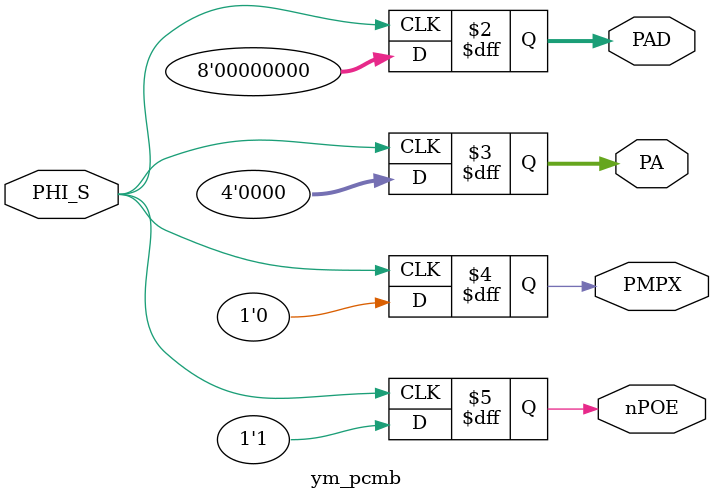
<source format=v>
`timescale 10ns/10ns

module ym_pcmb(
	input PHI_S,
	output reg [7:0] PAD,
	output reg [11:8] PA,
	output reg PMPX,
	output reg nPOE
);

	always @(posedge PHI_S)		// posedge ?
	begin
		PAD <= 8'b00000000;
		PA <= 4'b0000;
		PMPX <= 0;
		nPOE <= 1;
	end
	
endmodule

</source>
